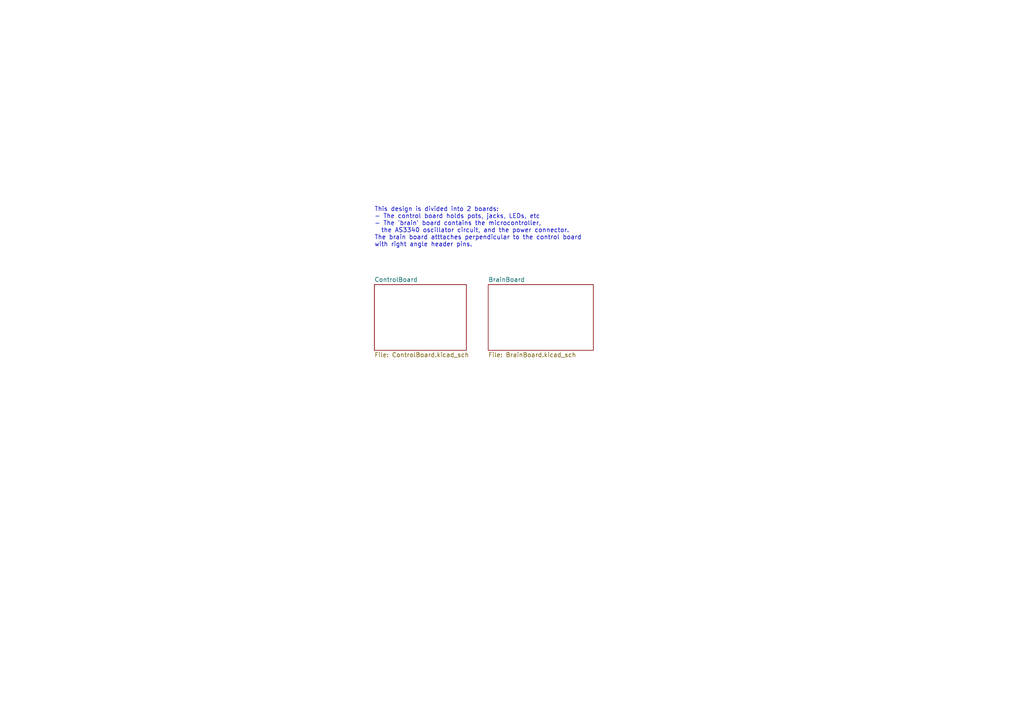
<source format=kicad_sch>
(kicad_sch (version 20230121) (generator eeschema)
  (paper "A4")
  (title_block (title "ESP-3340 Tuner VCO") (date "2024-02-15") (rev "1") (company "Hayden Setlik"))
  (lib_symbols)
  (text "This design is divided into 2 boards:\n- The control board holds pots, jacks, LEDs, etc\n- The 'brain' board contains the microcontroller,\n  the AS3340 oscillator circuit, and the power connector.\nThe brain board atttaches perpendicular to the control board \nwith right angle header pins." (at 108.585 71.755 0) (effects (font (size 1.27 1.27)) (justify left bottom)))
  (sheet (at 141.605 82.55) (size 30.48 19.05) (stroke (width 0.1524))
    (property "Sheetname" "BrainBoard" (at 141.605 81.8384 0) (effects (justify left bottom)))
    (property "Sheetfile" "BrainBoard.kicad_sch" (at 141.605 102.1846 0) (effects (justify left top)))
  )
  (sheet (at 108.585 82.55) (size 26.67 19.05) (stroke (width 0.1524))
    (property "Sheetname" "ControlBoard" (at 108.585 81.8384 0) (effects (justify left bottom)))
    (property "Sheetfile" "ControlBoard.kicad_sch" (at 108.585 102.1846 0) (effects (justify left top)))
  )
)
</source>
